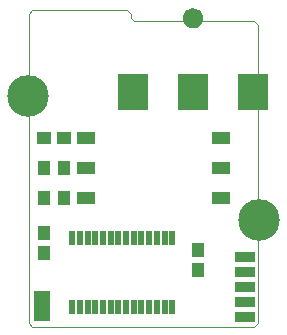
<source format=gts>
G75*
%MOIN*%
%OFA0B0*%
%FSLAX25Y25*%
%IPPOS*%
%LPD*%
%AMOC8*
5,1,8,0,0,1.08239X$1,22.5*
%
%ADD10C,0.00000*%
%ADD11R,0.05400X0.10400*%
%ADD12R,0.01975X0.05124*%
%ADD13R,0.04337X0.04731*%
%ADD14R,0.04731X0.04337*%
%ADD15R,0.06699X0.03550*%
%ADD16R,0.10400X0.12400*%
%ADD17C,0.06699*%
%ADD18R,0.06400X0.04400*%
%ADD19C,0.13849*%
D10*
X0008237Y0004725D02*
X0009487Y0003475D01*
X0083549Y0003475D01*
X0084799Y0004725D01*
X0084799Y0104100D01*
X0083549Y0105350D01*
X0043549Y0105350D01*
X0042299Y0106600D01*
X0042299Y0107850D01*
X0041049Y0109100D01*
X0009487Y0109100D01*
X0008237Y0107850D01*
X0008237Y0004725D01*
X0059774Y0106472D02*
X0059776Y0106584D01*
X0059782Y0106695D01*
X0059792Y0106807D01*
X0059806Y0106918D01*
X0059823Y0107028D01*
X0059845Y0107138D01*
X0059871Y0107247D01*
X0059900Y0107355D01*
X0059933Y0107461D01*
X0059970Y0107567D01*
X0060011Y0107671D01*
X0060056Y0107774D01*
X0060104Y0107875D01*
X0060155Y0107974D01*
X0060210Y0108071D01*
X0060269Y0108166D01*
X0060330Y0108260D01*
X0060395Y0108351D01*
X0060464Y0108439D01*
X0060535Y0108525D01*
X0060609Y0108609D01*
X0060687Y0108689D01*
X0060767Y0108767D01*
X0060850Y0108843D01*
X0060935Y0108915D01*
X0061023Y0108984D01*
X0061113Y0109050D01*
X0061206Y0109112D01*
X0061301Y0109172D01*
X0061398Y0109228D01*
X0061496Y0109280D01*
X0061597Y0109329D01*
X0061699Y0109374D01*
X0061803Y0109416D01*
X0061908Y0109454D01*
X0062015Y0109488D01*
X0062122Y0109518D01*
X0062231Y0109545D01*
X0062340Y0109567D01*
X0062451Y0109586D01*
X0062561Y0109601D01*
X0062673Y0109612D01*
X0062784Y0109619D01*
X0062896Y0109622D01*
X0063008Y0109621D01*
X0063120Y0109616D01*
X0063231Y0109607D01*
X0063342Y0109594D01*
X0063453Y0109577D01*
X0063563Y0109557D01*
X0063672Y0109532D01*
X0063780Y0109504D01*
X0063887Y0109471D01*
X0063993Y0109435D01*
X0064097Y0109395D01*
X0064200Y0109352D01*
X0064302Y0109305D01*
X0064401Y0109254D01*
X0064499Y0109200D01*
X0064595Y0109142D01*
X0064689Y0109081D01*
X0064780Y0109017D01*
X0064869Y0108950D01*
X0064956Y0108879D01*
X0065040Y0108805D01*
X0065122Y0108729D01*
X0065200Y0108649D01*
X0065276Y0108567D01*
X0065349Y0108482D01*
X0065419Y0108395D01*
X0065485Y0108305D01*
X0065549Y0108213D01*
X0065609Y0108119D01*
X0065666Y0108023D01*
X0065719Y0107924D01*
X0065769Y0107824D01*
X0065815Y0107723D01*
X0065858Y0107619D01*
X0065897Y0107514D01*
X0065932Y0107408D01*
X0065963Y0107301D01*
X0065991Y0107192D01*
X0066014Y0107083D01*
X0066034Y0106973D01*
X0066050Y0106862D01*
X0066062Y0106751D01*
X0066070Y0106640D01*
X0066074Y0106528D01*
X0066074Y0106416D01*
X0066070Y0106304D01*
X0066062Y0106193D01*
X0066050Y0106082D01*
X0066034Y0105971D01*
X0066014Y0105861D01*
X0065991Y0105752D01*
X0065963Y0105643D01*
X0065932Y0105536D01*
X0065897Y0105430D01*
X0065858Y0105325D01*
X0065815Y0105221D01*
X0065769Y0105120D01*
X0065719Y0105020D01*
X0065666Y0104921D01*
X0065609Y0104825D01*
X0065549Y0104731D01*
X0065485Y0104639D01*
X0065419Y0104549D01*
X0065349Y0104462D01*
X0065276Y0104377D01*
X0065200Y0104295D01*
X0065122Y0104215D01*
X0065040Y0104139D01*
X0064956Y0104065D01*
X0064869Y0103994D01*
X0064780Y0103927D01*
X0064689Y0103863D01*
X0064595Y0103802D01*
X0064499Y0103744D01*
X0064401Y0103690D01*
X0064302Y0103639D01*
X0064200Y0103592D01*
X0064097Y0103549D01*
X0063993Y0103509D01*
X0063887Y0103473D01*
X0063780Y0103440D01*
X0063672Y0103412D01*
X0063563Y0103387D01*
X0063453Y0103367D01*
X0063342Y0103350D01*
X0063231Y0103337D01*
X0063120Y0103328D01*
X0063008Y0103323D01*
X0062896Y0103322D01*
X0062784Y0103325D01*
X0062673Y0103332D01*
X0062561Y0103343D01*
X0062451Y0103358D01*
X0062340Y0103377D01*
X0062231Y0103399D01*
X0062122Y0103426D01*
X0062015Y0103456D01*
X0061908Y0103490D01*
X0061803Y0103528D01*
X0061699Y0103570D01*
X0061597Y0103615D01*
X0061496Y0103664D01*
X0061398Y0103716D01*
X0061301Y0103772D01*
X0061206Y0103832D01*
X0061113Y0103894D01*
X0061023Y0103960D01*
X0060935Y0104029D01*
X0060850Y0104101D01*
X0060767Y0104177D01*
X0060687Y0104255D01*
X0060609Y0104335D01*
X0060535Y0104419D01*
X0060464Y0104505D01*
X0060395Y0104593D01*
X0060330Y0104684D01*
X0060269Y0104778D01*
X0060210Y0104873D01*
X0060155Y0104970D01*
X0060104Y0105069D01*
X0060056Y0105170D01*
X0060011Y0105273D01*
X0059970Y0105377D01*
X0059933Y0105483D01*
X0059900Y0105589D01*
X0059871Y0105697D01*
X0059845Y0105806D01*
X0059823Y0105916D01*
X0059806Y0106026D01*
X0059792Y0106137D01*
X0059782Y0106249D01*
X0059776Y0106360D01*
X0059774Y0106472D01*
D11*
X0012612Y0010350D03*
D12*
X0022853Y0010183D03*
X0025412Y0010183D03*
X0027971Y0010183D03*
X0030530Y0010183D03*
X0033089Y0010183D03*
X0035648Y0010183D03*
X0038207Y0010183D03*
X0040766Y0010183D03*
X0043325Y0010183D03*
X0045885Y0010183D03*
X0048444Y0010183D03*
X0051003Y0010183D03*
X0053562Y0010183D03*
X0056121Y0010183D03*
X0056121Y0033017D03*
X0053562Y0033017D03*
X0051003Y0033017D03*
X0048444Y0033017D03*
X0045885Y0033017D03*
X0043325Y0033017D03*
X0040766Y0033017D03*
X0038207Y0033017D03*
X0035648Y0033017D03*
X0033089Y0033017D03*
X0030530Y0033017D03*
X0027971Y0033017D03*
X0025412Y0033017D03*
X0022853Y0033017D03*
D13*
X0013237Y0034946D03*
X0013237Y0028254D03*
X0013328Y0046600D03*
X0020021Y0046600D03*
X0020021Y0056600D03*
X0013328Y0056600D03*
X0064799Y0029009D03*
X0064799Y0022316D03*
D14*
X0020021Y0066600D03*
X0013328Y0066600D03*
D15*
X0080424Y0026912D03*
X0080424Y0021912D03*
X0080424Y0016913D03*
X0080424Y0011912D03*
X0080424Y0006912D03*
D16*
X0082924Y0081850D03*
X0062924Y0081850D03*
X0042924Y0081850D03*
D17*
X0062924Y0106472D03*
D18*
X0072299Y0066600D03*
X0072299Y0056600D03*
X0072299Y0046600D03*
X0027299Y0046600D03*
X0027299Y0056600D03*
X0027299Y0066600D03*
D19*
X0007924Y0080350D03*
X0085112Y0039100D03*
M02*

</source>
